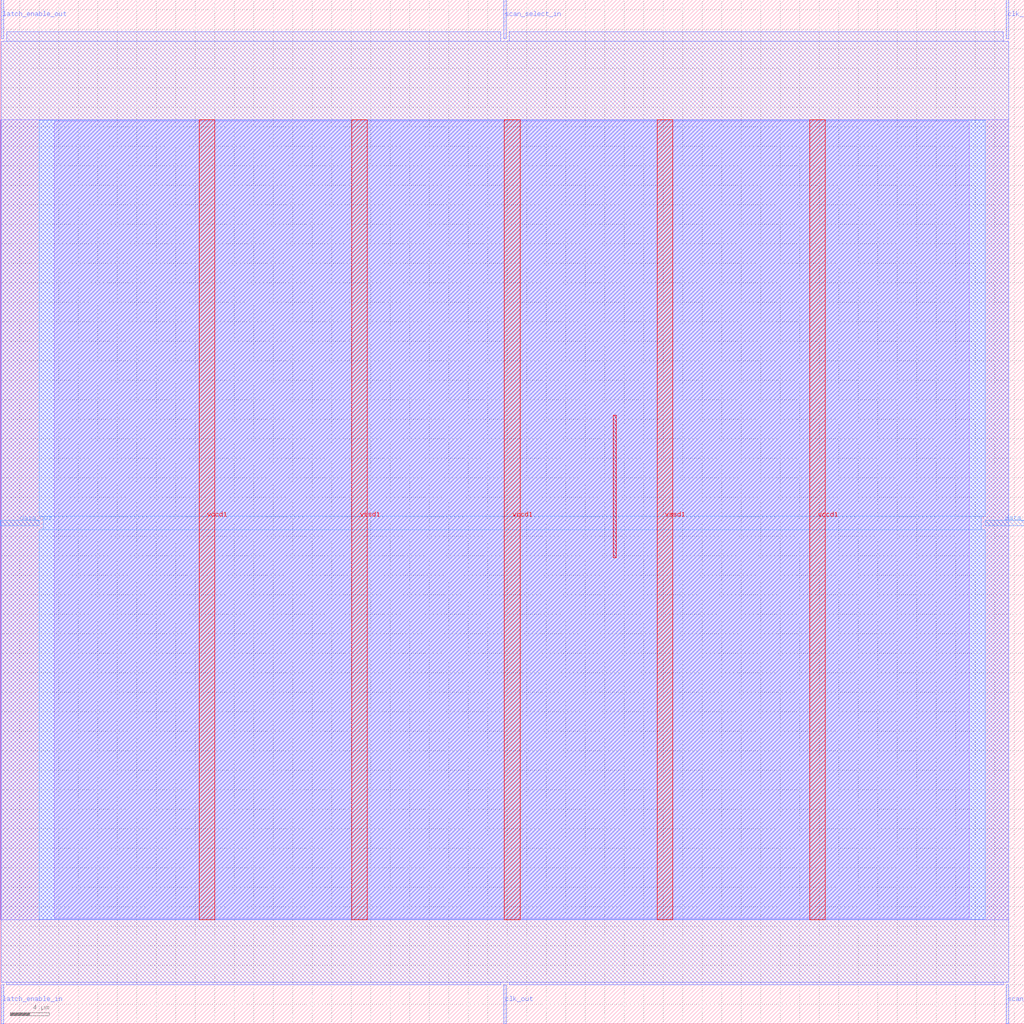
<source format=lef>
VERSION 5.7 ;
  NOWIREEXTENSIONATPIN ON ;
  DIVIDERCHAR "/" ;
  BUSBITCHARS "[]" ;
MACRO scan_wrapper_341423712597181012
  CLASS BLOCK ;
  FOREIGN scan_wrapper_341423712597181012 ;
  ORIGIN 0.000 0.000 ;
  SIZE 105.000 BY 105.000 ;
  PIN clk_in
    DIRECTION INPUT ;
    USE SIGNAL ;
    PORT
      LAYER met2 ;
        RECT 103.130 101.000 103.410 105.000 ;
    END
  END clk_in
  PIN clk_out
    DIRECTION OUTPUT TRISTATE ;
    USE SIGNAL ;
    PORT
      LAYER met2 ;
        RECT 51.610 0.000 51.890 4.000 ;
    END
  END clk_out
  PIN data_in
    DIRECTION INPUT ;
    USE SIGNAL ;
    PORT
      LAYER met3 ;
        RECT 101.000 51.040 105.000 51.640 ;
    END
  END data_in
  PIN data_out
    DIRECTION OUTPUT TRISTATE ;
    USE SIGNAL ;
    PORT
      LAYER met3 ;
        RECT 0.000 51.040 4.000 51.640 ;
    END
  END data_out
  PIN latch_enable_in
    DIRECTION INPUT ;
    USE SIGNAL ;
    PORT
      LAYER met2 ;
        RECT 0.090 0.000 0.370 4.000 ;
    END
  END latch_enable_in
  PIN latch_enable_out
    DIRECTION OUTPUT TRISTATE ;
    USE SIGNAL ;
    PORT
      LAYER met2 ;
        RECT 0.090 101.000 0.370 105.000 ;
    END
  END latch_enable_out
  PIN scan_select_in
    DIRECTION INPUT ;
    USE SIGNAL ;
    PORT
      LAYER met2 ;
        RECT 51.610 101.000 51.890 105.000 ;
    END
  END scan_select_in
  PIN scan_select_out
    DIRECTION OUTPUT TRISTATE ;
    USE SIGNAL ;
    PORT
      LAYER met2 ;
        RECT 103.130 0.000 103.410 4.000 ;
    END
  END scan_select_out
  PIN vccd1
    DIRECTION INPUT ;
    USE POWER ;
    PORT
      LAYER met4 ;
        RECT 20.380 10.640 21.980 92.720 ;
    END
    PORT
      LAYER met4 ;
        RECT 51.700 10.640 53.300 92.720 ;
    END
    PORT
      LAYER met4 ;
        RECT 83.020 10.640 84.620 92.720 ;
    END
  END vccd1
  PIN vssd1
    DIRECTION INPUT ;
    USE GROUND ;
    PORT
      LAYER met4 ;
        RECT 36.040 10.640 37.640 92.720 ;
    END
    PORT
      LAYER met4 ;
        RECT 67.360 10.640 68.960 92.720 ;
    END
  END vssd1
  OBS
      LAYER li1 ;
        RECT 5.520 10.795 99.360 92.565 ;
      LAYER met1 ;
        RECT 0.070 10.640 103.430 92.720 ;
      LAYER met2 ;
        RECT 0.650 100.720 51.330 101.730 ;
        RECT 52.170 100.720 102.850 101.730 ;
        RECT 0.100 4.280 103.400 100.720 ;
        RECT 0.650 4.000 51.330 4.280 ;
        RECT 52.170 4.000 102.850 4.280 ;
      LAYER met3 ;
        RECT 4.000 52.040 101.000 92.645 ;
        RECT 4.400 50.640 100.600 52.040 ;
        RECT 4.000 10.715 101.000 50.640 ;
      LAYER met4 ;
        RECT 62.855 47.775 63.185 62.385 ;
  END
END scan_wrapper_341423712597181012
END LIBRARY


</source>
